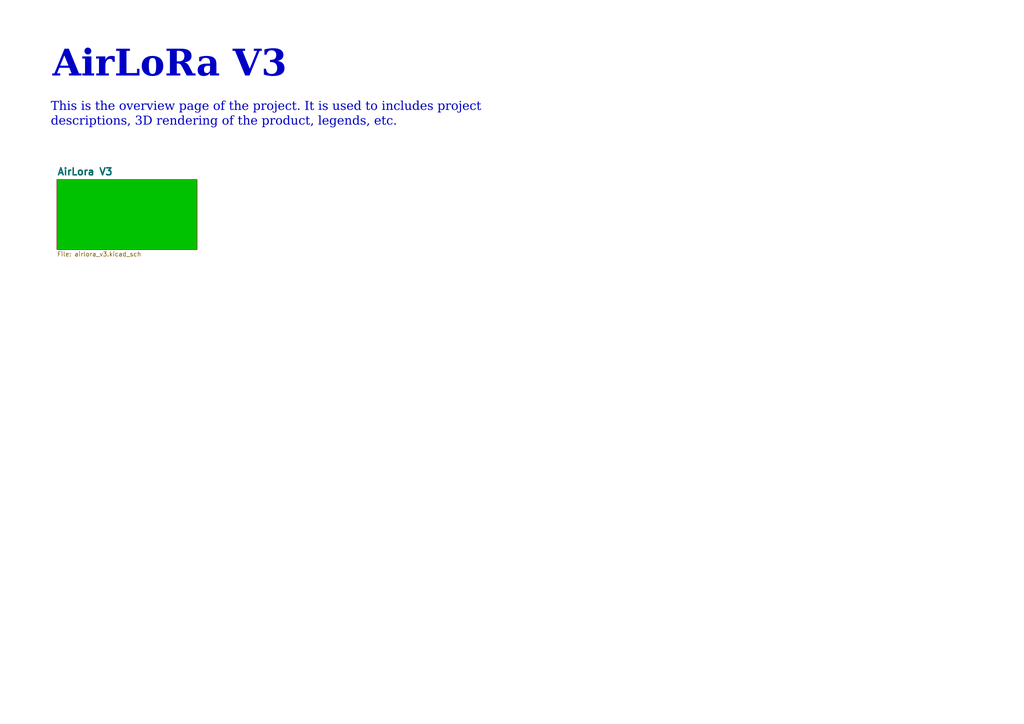
<source format=kicad_sch>
(kicad_sch
	(version 20231120)
	(generator "eeschema")
	(generator_version "8.0")
	(uuid "59d971df-d6c1-4ef7-a085-bf08b7b16047")
	(paper "A4")
	(title_block
		(title "AirLoRa V3")
		(date "2024-03-09")
		(rev "1")
	)
	(lib_symbols)
	(text "This is the overview page of the project. It is used to includes project\ndescriptions, 3D rendering of the product, legends, etc."
		(exclude_from_sim no)
		(at 14.732 30.226 0)
		(effects
			(font
				(face "Times New Roman")
				(size 2.54 2.54)
			)
			(justify left top)
		)
		(uuid "1c7b917b-5aab-4f40-ab9d-4159bbac226e")
	)
	(text "${TITLE}"
		(exclude_from_sim no)
		(at 15.24 16.51 0)
		(effects
			(font
				(face "Times New Roman")
				(size 7.62 7.62)
				(thickness 1.016)
				(bold yes)
			)
			(justify left top)
		)
		(uuid "e406bd35-d4f5-41c5-92f8-fc26c000c619")
	)
	(sheet
		(at 16.51 52.07)
		(size 40.64 20.32)
		(fields_autoplaced yes)
		(stroke
			(width 0.1524)
			(type solid)
		)
		(fill
			(color 0 194 0 1.0000)
		)
		(uuid "be77b740-d58b-414b-97ce-61f1d1685314")
		(property "Sheetname" "AirLora V3"
			(at 16.51 50.9774 0)
			(effects
				(font
					(size 2.032 2.032)
					(bold yes)
				)
				(justify left bottom)
			)
		)
		(property "Sheetfile" "airlora_v3.kicad_sch"
			(at 16.51 72.9746 0)
			(effects
				(font
					(size 1.27 1.27)
				)
				(justify left top)
			)
		)
		(instances
			(project "airlora-kicad"
				(path "/59d971df-d6c1-4ef7-a085-bf08b7b16047"
					(page "2")
				)
			)
		)
	)
	(sheet_instances
		(path "/"
			(page "1")
		)
	)
)
</source>
